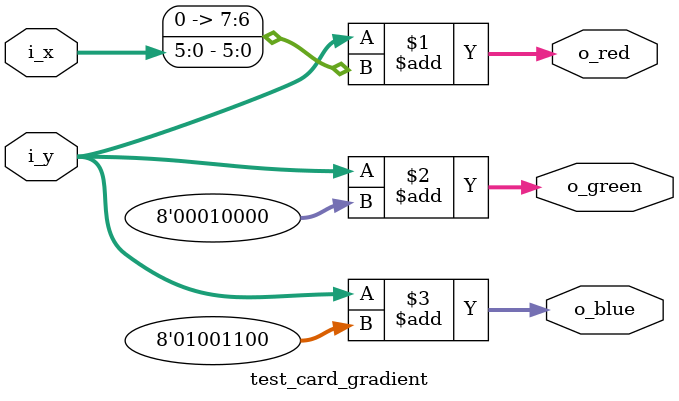
<source format=v>
module test_card_gradient(	// file.cleaned.mlir:2:3
  input  [5:0] i_x,	// file.cleaned.mlir:2:36
  input  [7:0] i_y,	// file.cleaned.mlir:2:50
  output [7:0] o_red,	// file.cleaned.mlir:2:65
               o_green,	// file.cleaned.mlir:2:81
               o_blue	// file.cleaned.mlir:2:99
);

  assign o_red = i_y + {2'h0, i_x};	// file.cleaned.mlir:5:14, :6:10, :7:10, :10:5
  assign o_green = i_y + 8'h10;	// file.cleaned.mlir:4:15, :8:10, :10:5
  assign o_blue = i_y + 8'h4C;	// file.cleaned.mlir:3:15, :9:10, :10:5
endmodule


</source>
